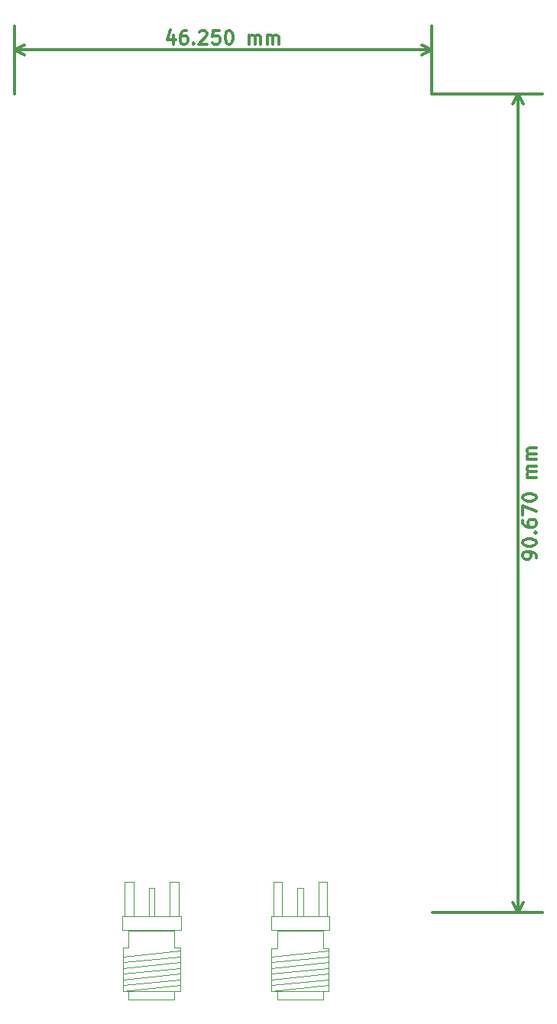
<source format=gbr>
%TF.GenerationSoftware,KiCad,Pcbnew,5.1.8*%
%TF.CreationDate,2020-12-01T22:53:24+08:00*%
%TF.ProjectId,msisdr,6d736973-6472-42e6-9b69-6361645f7063,rev?*%
%TF.SameCoordinates,Original*%
%TF.FileFunction,OtherDrawing,Comment*%
%FSLAX46Y46*%
G04 Gerber Fmt 4.6, Leading zero omitted, Abs format (unit mm)*
G04 Created by KiCad (PCBNEW 5.1.8) date 2020-12-01 22:53:24*
%MOMM*%
%LPD*%
G01*
G04 APERTURE LIST*
%ADD10C,0.300000*%
%ADD11C,0.010000*%
G04 APERTURE END LIST*
D10*
X170952735Y-94877701D02*
X170952767Y-94591987D01*
X170881354Y-94449122D01*
X170809933Y-94377685D01*
X170595663Y-94234804D01*
X170309957Y-94163344D01*
X169738528Y-94163281D01*
X169595663Y-94234694D01*
X169524227Y-94306115D01*
X169452783Y-94448964D01*
X169452751Y-94734678D01*
X169524164Y-94877543D01*
X169595585Y-94948980D01*
X169738434Y-95020424D01*
X170095577Y-95020463D01*
X170238442Y-94949051D01*
X170309878Y-94877630D01*
X170381322Y-94734781D01*
X170381354Y-94449066D01*
X170309941Y-94306201D01*
X170238520Y-94234765D01*
X170095671Y-94163321D01*
X169452917Y-93234678D02*
X169452932Y-93091821D01*
X169524377Y-92948972D01*
X169595813Y-92877551D01*
X169738678Y-92806138D01*
X170024400Y-92734741D01*
X170381543Y-92734781D01*
X170667249Y-92806241D01*
X170810099Y-92877685D01*
X170881519Y-92949122D01*
X170952932Y-93091987D01*
X170952916Y-93234844D01*
X170881472Y-93377693D01*
X170810036Y-93449114D01*
X170667171Y-93520527D01*
X170381449Y-93591924D01*
X170024306Y-93591884D01*
X169738599Y-93520424D01*
X169595750Y-93448980D01*
X169524329Y-93377543D01*
X169452917Y-93234678D01*
X170810185Y-92091971D02*
X170881622Y-92020550D01*
X170953043Y-92091987D01*
X170881606Y-92163407D01*
X170810185Y-92091971D01*
X170953043Y-92091987D01*
X169453192Y-90734678D02*
X169453161Y-91020393D01*
X169524574Y-91163258D01*
X169595994Y-91234694D01*
X169810264Y-91377575D01*
X170095971Y-91449035D01*
X170667399Y-91449098D01*
X170810264Y-91377685D01*
X170881701Y-91306264D01*
X170953145Y-91163415D01*
X170953176Y-90877701D01*
X170881764Y-90734836D01*
X170810343Y-90663399D01*
X170667494Y-90591955D01*
X170310351Y-90591916D01*
X170167486Y-90663329D01*
X170096049Y-90734749D01*
X170024605Y-90877598D01*
X170024574Y-91163313D01*
X170095986Y-91306178D01*
X170167407Y-91377614D01*
X170310256Y-91449059D01*
X169453263Y-90091821D02*
X169453373Y-89091821D01*
X170953303Y-89734844D01*
X169453468Y-88234678D02*
X169453484Y-88091821D01*
X169524928Y-87948972D01*
X169596364Y-87877551D01*
X169739230Y-87806138D01*
X170024952Y-87734741D01*
X170382095Y-87734781D01*
X170667801Y-87806241D01*
X170810650Y-87877685D01*
X170882071Y-87949122D01*
X170953484Y-88091987D01*
X170953468Y-88234844D01*
X170882024Y-88377693D01*
X170810587Y-88449114D01*
X170667722Y-88520527D01*
X170382000Y-88591924D01*
X170024857Y-88591884D01*
X169739151Y-88520424D01*
X169596301Y-88448980D01*
X169524881Y-88377543D01*
X169453468Y-88234678D01*
X170953720Y-85949129D02*
X169953720Y-85949019D01*
X170096577Y-85949035D02*
X170025156Y-85877599D01*
X169953744Y-85734733D01*
X169953767Y-85520448D01*
X170025212Y-85377599D01*
X170168077Y-85306186D01*
X170953791Y-85306272D01*
X170168077Y-85306186D02*
X170025227Y-85234741D01*
X169953815Y-85091876D01*
X169953838Y-84877591D01*
X170025283Y-84734741D01*
X170168148Y-84663329D01*
X170953862Y-84663415D01*
X170953941Y-83949130D02*
X169953941Y-83949019D01*
X170096798Y-83949035D02*
X170025377Y-83877599D01*
X169953964Y-83734734D01*
X169953988Y-83520448D01*
X170025432Y-83377599D01*
X170168297Y-83306186D01*
X170954012Y-83306272D01*
X170168297Y-83306186D02*
X170025448Y-83234741D01*
X169954035Y-83091876D01*
X169954059Y-82877591D01*
X170025503Y-82734741D01*
X170168368Y-82663329D01*
X170954082Y-82663415D01*
X168929834Y-43471049D02*
X168919834Y-134141049D01*
X159420000Y-43470000D02*
X171629834Y-43471347D01*
X159410000Y-134140000D02*
X171619834Y-134141347D01*
X168919834Y-134141049D02*
X168333538Y-133014481D01*
X168919834Y-134141049D02*
X169506379Y-133014610D01*
X168929834Y-43471049D02*
X168343289Y-44597488D01*
X168929834Y-43471049D02*
X169516130Y-44597617D01*
X130775000Y-36928571D02*
X130775000Y-37928571D01*
X130417857Y-36357142D02*
X130060714Y-37428571D01*
X130989285Y-37428571D01*
X132203571Y-36428571D02*
X131917857Y-36428571D01*
X131775000Y-36500000D01*
X131703571Y-36571428D01*
X131560714Y-36785714D01*
X131489285Y-37071428D01*
X131489285Y-37642857D01*
X131560714Y-37785714D01*
X131632142Y-37857142D01*
X131775000Y-37928571D01*
X132060714Y-37928571D01*
X132203571Y-37857142D01*
X132275000Y-37785714D01*
X132346428Y-37642857D01*
X132346428Y-37285714D01*
X132275000Y-37142857D01*
X132203571Y-37071428D01*
X132060714Y-37000000D01*
X131775000Y-37000000D01*
X131632142Y-37071428D01*
X131560714Y-37142857D01*
X131489285Y-37285714D01*
X132989285Y-37785714D02*
X133060714Y-37857142D01*
X132989285Y-37928571D01*
X132917857Y-37857142D01*
X132989285Y-37785714D01*
X132989285Y-37928571D01*
X133632142Y-36571428D02*
X133703571Y-36500000D01*
X133846428Y-36428571D01*
X134203571Y-36428571D01*
X134346428Y-36500000D01*
X134417857Y-36571428D01*
X134489285Y-36714285D01*
X134489285Y-36857142D01*
X134417857Y-37071428D01*
X133560714Y-37928571D01*
X134489285Y-37928571D01*
X135846428Y-36428571D02*
X135132142Y-36428571D01*
X135060714Y-37142857D01*
X135132142Y-37071428D01*
X135275000Y-37000000D01*
X135632142Y-37000000D01*
X135775000Y-37071428D01*
X135846428Y-37142857D01*
X135917857Y-37285714D01*
X135917857Y-37642857D01*
X135846428Y-37785714D01*
X135775000Y-37857142D01*
X135632142Y-37928571D01*
X135275000Y-37928571D01*
X135132142Y-37857142D01*
X135060714Y-37785714D01*
X136846428Y-36428571D02*
X136989285Y-36428571D01*
X137132142Y-36500000D01*
X137203571Y-36571428D01*
X137275000Y-36714285D01*
X137346428Y-37000000D01*
X137346428Y-37357142D01*
X137275000Y-37642857D01*
X137203571Y-37785714D01*
X137132142Y-37857142D01*
X136989285Y-37928571D01*
X136846428Y-37928571D01*
X136703571Y-37857142D01*
X136632142Y-37785714D01*
X136560714Y-37642857D01*
X136489285Y-37357142D01*
X136489285Y-37000000D01*
X136560714Y-36714285D01*
X136632142Y-36571428D01*
X136703571Y-36500000D01*
X136846428Y-36428571D01*
X139132142Y-37928571D02*
X139132142Y-36928571D01*
X139132142Y-37071428D02*
X139203571Y-37000000D01*
X139346428Y-36928571D01*
X139560714Y-36928571D01*
X139703571Y-37000000D01*
X139775000Y-37142857D01*
X139775000Y-37928571D01*
X139775000Y-37142857D02*
X139846428Y-37000000D01*
X139989285Y-36928571D01*
X140203571Y-36928571D01*
X140346428Y-37000000D01*
X140417857Y-37142857D01*
X140417857Y-37928571D01*
X141132142Y-37928571D02*
X141132142Y-36928571D01*
X141132142Y-37071428D02*
X141203571Y-37000000D01*
X141346428Y-36928571D01*
X141560714Y-36928571D01*
X141703571Y-37000000D01*
X141775000Y-37142857D01*
X141775000Y-37928571D01*
X141775000Y-37142857D02*
X141846428Y-37000000D01*
X141989285Y-36928571D01*
X142203571Y-36928571D01*
X142346428Y-37000000D01*
X142417857Y-37142857D01*
X142417857Y-37928571D01*
X113150000Y-38600000D02*
X159400000Y-38600000D01*
X113150000Y-43480000D02*
X113150000Y-35900000D01*
X159400000Y-43480000D02*
X159400000Y-35900000D01*
X159400000Y-38600000D02*
X158273496Y-39186421D01*
X159400000Y-38600000D02*
X158273496Y-38013579D01*
X113150000Y-38600000D02*
X114276504Y-39186421D01*
X113150000Y-38600000D02*
X114276504Y-38013579D01*
D11*
%TO.C,J6*%
X125079000Y-134576000D02*
X125079000Y-136100000D01*
X131579000Y-134576000D02*
X131579000Y-136100000D01*
X131579000Y-136100000D02*
X125079000Y-136100000D01*
X131579000Y-134576000D02*
X125079000Y-134576000D01*
X131329000Y-134576000D02*
X131329000Y-130766000D01*
X130329000Y-130766000D02*
X131329000Y-130766000D01*
X130329000Y-134576000D02*
X130329000Y-130766000D01*
X130329000Y-130766000D02*
X131329000Y-130766000D01*
X130329000Y-134576000D02*
X130329000Y-130766000D01*
X125329000Y-134576000D02*
X125329000Y-130766000D01*
X126329000Y-130766000D02*
X125329000Y-130766000D01*
X126329000Y-134576000D02*
X126329000Y-130766000D01*
X125154000Y-139021000D02*
X131504000Y-138386000D01*
X128646500Y-131401000D02*
X128646500Y-134576000D01*
X128011500Y-131401000D02*
X128011500Y-134576000D01*
X128646500Y-131401000D02*
X128011500Y-131401000D01*
X125154000Y-139656000D02*
X131504000Y-139021000D01*
X125154000Y-140291000D02*
X131504000Y-139656000D01*
X125154000Y-140926000D02*
X131504000Y-140291000D01*
X125154000Y-141561000D02*
X131504000Y-140926000D01*
X125154000Y-142196000D02*
X131504000Y-141561000D01*
X125154000Y-142831000D02*
X131504000Y-142196000D01*
X125789000Y-142831000D02*
X130869000Y-142831000D01*
X130869000Y-143783500D02*
X125789000Y-143783500D01*
X130869000Y-142831000D02*
X130869000Y-143783500D01*
X131504000Y-142831000D02*
X130869000Y-142831000D01*
X131504000Y-142196000D02*
X131504000Y-142831000D01*
X131504000Y-141561000D02*
X131504000Y-142196000D01*
X131504000Y-140926000D02*
X131504000Y-141561000D01*
X131504000Y-140291000D02*
X131504000Y-140926000D01*
X131504000Y-139656000D02*
X131504000Y-140291000D01*
X131504000Y-139021000D02*
X131504000Y-139656000D01*
X131504000Y-138068500D02*
X131504000Y-139021000D01*
X130869000Y-138068500D02*
X131504000Y-138068500D01*
X130869000Y-136163500D02*
X130869000Y-138068500D01*
X125789000Y-136163500D02*
X130869000Y-136163500D01*
X125789000Y-138068500D02*
X125789000Y-136163500D01*
X125154000Y-138068500D02*
X125789000Y-138068500D01*
X125154000Y-139021000D02*
X125154000Y-138068500D01*
X125154000Y-139656000D02*
X125154000Y-139021000D01*
X125154000Y-140291000D02*
X125154000Y-139656000D01*
X125154000Y-140926000D02*
X125154000Y-140291000D01*
X125154000Y-141561000D02*
X125154000Y-140926000D01*
X125154000Y-142196000D02*
X125154000Y-141561000D01*
X125154000Y-142831000D02*
X125154000Y-142196000D01*
X125789000Y-142831000D02*
X125154000Y-142831000D01*
X125789000Y-143783500D02*
X125789000Y-142831000D01*
%TO.C,J7*%
X141550320Y-134594600D02*
X141550320Y-136118600D01*
X148050320Y-134594600D02*
X148050320Y-136118600D01*
X148050320Y-136118600D02*
X141550320Y-136118600D01*
X148050320Y-134594600D02*
X141550320Y-134594600D01*
X147800320Y-134594600D02*
X147800320Y-130784600D01*
X146800320Y-130784600D02*
X147800320Y-130784600D01*
X146800320Y-134594600D02*
X146800320Y-130784600D01*
X146800320Y-130784600D02*
X147800320Y-130784600D01*
X146800320Y-134594600D02*
X146800320Y-130784600D01*
X141800320Y-134594600D02*
X141800320Y-130784600D01*
X142800320Y-130784600D02*
X141800320Y-130784600D01*
X142800320Y-134594600D02*
X142800320Y-130784600D01*
X141625320Y-139039600D02*
X147975320Y-138404600D01*
X145117820Y-131419600D02*
X145117820Y-134594600D01*
X144482820Y-131419600D02*
X144482820Y-134594600D01*
X145117820Y-131419600D02*
X144482820Y-131419600D01*
X141625320Y-139674600D02*
X147975320Y-139039600D01*
X141625320Y-140309600D02*
X147975320Y-139674600D01*
X141625320Y-140944600D02*
X147975320Y-140309600D01*
X141625320Y-141579600D02*
X147975320Y-140944600D01*
X141625320Y-142214600D02*
X147975320Y-141579600D01*
X141625320Y-142849600D02*
X147975320Y-142214600D01*
X142260320Y-142849600D02*
X147340320Y-142849600D01*
X147340320Y-143802100D02*
X142260320Y-143802100D01*
X147340320Y-142849600D02*
X147340320Y-143802100D01*
X147975320Y-142849600D02*
X147340320Y-142849600D01*
X147975320Y-142214600D02*
X147975320Y-142849600D01*
X147975320Y-141579600D02*
X147975320Y-142214600D01*
X147975320Y-140944600D02*
X147975320Y-141579600D01*
X147975320Y-140309600D02*
X147975320Y-140944600D01*
X147975320Y-139674600D02*
X147975320Y-140309600D01*
X147975320Y-139039600D02*
X147975320Y-139674600D01*
X147975320Y-138087100D02*
X147975320Y-139039600D01*
X147340320Y-138087100D02*
X147975320Y-138087100D01*
X147340320Y-136182100D02*
X147340320Y-138087100D01*
X142260320Y-136182100D02*
X147340320Y-136182100D01*
X142260320Y-138087100D02*
X142260320Y-136182100D01*
X141625320Y-138087100D02*
X142260320Y-138087100D01*
X141625320Y-139039600D02*
X141625320Y-138087100D01*
X141625320Y-139674600D02*
X141625320Y-139039600D01*
X141625320Y-140309600D02*
X141625320Y-139674600D01*
X141625320Y-140944600D02*
X141625320Y-140309600D01*
X141625320Y-141579600D02*
X141625320Y-140944600D01*
X141625320Y-142214600D02*
X141625320Y-141579600D01*
X141625320Y-142849600D02*
X141625320Y-142214600D01*
X142260320Y-142849600D02*
X141625320Y-142849600D01*
X142260320Y-143802100D02*
X142260320Y-142849600D01*
%TD*%
M02*

</source>
